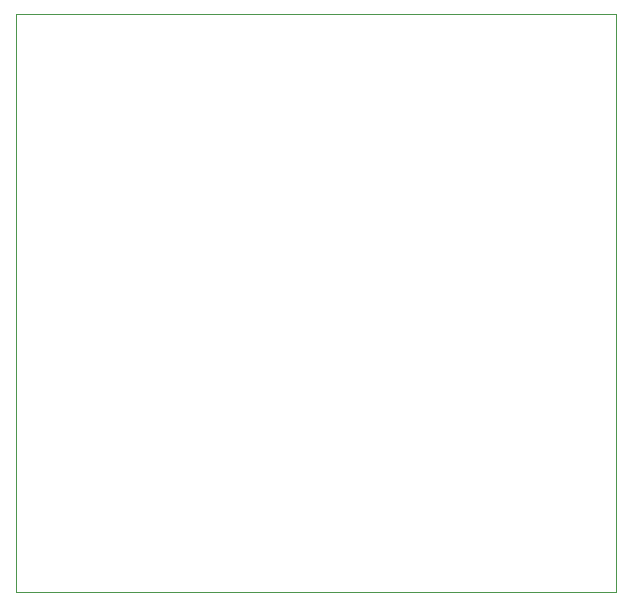
<source format=gbr>
G04 #@! TF.GenerationSoftware,KiCad,Pcbnew,(5.1.7-0-10_14)*
G04 #@! TF.CreationDate,2020-11-05T19:56:57+01:00*
G04 #@! TF.ProjectId,lv-lownoise-psu,6c762d6c-6f77-46e6-9f69-73652d707375,rev?*
G04 #@! TF.SameCoordinates,Original*
G04 #@! TF.FileFunction,Profile,NP*
%FSLAX46Y46*%
G04 Gerber Fmt 4.6, Leading zero omitted, Abs format (unit mm)*
G04 Created by KiCad (PCBNEW (5.1.7-0-10_14)) date 2020-11-05 19:56:57*
%MOMM*%
%LPD*%
G01*
G04 APERTURE LIST*
G04 #@! TA.AperFunction,Profile*
%ADD10C,0.100000*%
G04 #@! TD*
G04 APERTURE END LIST*
D10*
X130810000Y-40005000D02*
X130810000Y-88900000D01*
X80010000Y-40005000D02*
X130810000Y-40005000D01*
X80010000Y-88900000D02*
X80010000Y-40005000D01*
X130810000Y-88900000D02*
X80010000Y-88900000D01*
M02*

</source>
